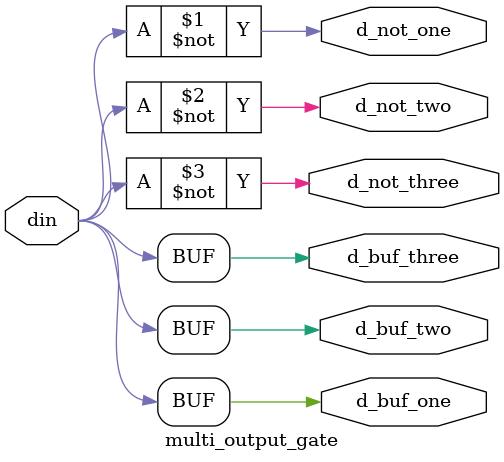
<source format=v>

module multi_output_gate(
    input din,
    
    output d_not_one,
    output d_not_two,
    output d_not_three,
    output d_buf_one,
    output d_buf_two,
    output d_buf_three
    );
    
    //ÊµÀý»¯Ô­Óï¶àÊä³ö·ÇÃÅÄ£¿é
    not U1_and(d_not_one, d_not_two,d_not_three, din);

    //ÊµÀý»¯Ô­Óï¶àÊä³ö»º³åÃÅÄ£¿é    
    buf U2_buf(d_buf_one, d_buf_two, d_buf_three, din);
endmodule
// END OF multi_output_gate.v FILE *********************************************

    
   
</source>
